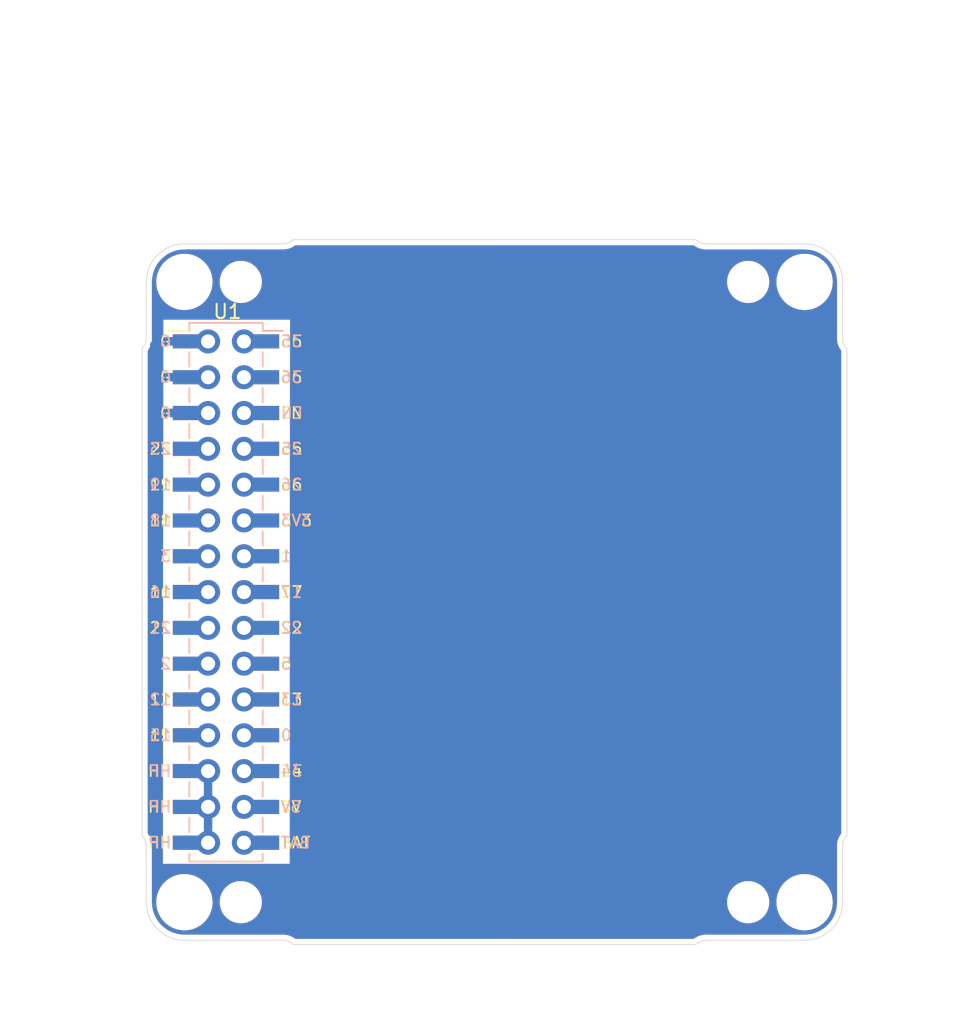
<source format=kicad_pcb>
(kicad_pcb (version 20211014) (generator pcbnew)
  (title_block (date "2022-10-22"))
  (layers (0 "F.Cu" signal) (31 "B.Cu" signal) (34 "B.Paste" user) (35 "F.Paste" user) (36 "B.SilkS" user "B.Silkscreen") (37 "F.SilkS" user "F.Silkscreen") (38 "B.Mask" user) (39 "F.Mask" user) (44 "Edge.Cuts" user))
  (net 0 "")
  (net 1 "/GPIO35")
  (net 2 "GND")
  (net 3 "/GPIO36")
  (net 4 "/EN")
  (net 5 "/GPIO25")
  (net 6 "/GPIO23")
  (net 7 "/GPIO26")
  (net 8 "/GPIO19")
  (net 9 "+3V3")
  (net 10 "/GPIO18")
  (net 11 "/GPIO1")
  (net 12 "/GPIO3")
  (net 13 "/GPIO17")
  (net 14 "/GPIO16")
  (net 15 "/GPIO22")
  (net 16 "/GPIO21")
  (net 17 "/GPIO5")
  (net 18 "/GPIO2")
  (net 19 "/GPIO13")
  (net 20 "/GPIO12")
  (net 21 "/GPIO0")
  (net 22 "/GPIO15")
  (net 23 "/GPIO34")
  (net 24 "VBUS")
  (net 25 "+5V")
  (net 26 "+BATT")
  (footprint "@bf:BF@MountingHole_2.2mm_M2" (layer "F.Cu") (at 109 105)
    (fp_text reference "H5" hide)
    (fp_text value "MountingHole" hide)
    (pad "" np_thru_hole circle (at 0 0) (size 2.2 2.2) (drill 2.2) (layers F&B.Cu *.Mask))
  )
  (footprint "@bf:BF@MountingHole_3.2mm_M3" (layer "F.Cu") (at 149 149)
    (fp_text reference "H3" hide)
    (fp_text value "MountingHole" hide)
    (pad "" np_thru_hole circle (at 0 0) (size 3.2 3.2) (drill 3.2) (layers F&B.Cu *.Mask))
  )
  (footprint "@bf:BF@MountingHole_2.2mm_M2" (layer "F.Cu") (at 109 149)
    (fp_text reference "H8" hide)
    (fp_text value "MountingHole" hide)
    (pad "" np_thru_hole circle (at 0 0) (size 2.2 2.2) (drill 2.2) (layers F&B.Cu *.Mask))
  )
  (footprint "@bf:BF@MountingHole_3.2mm_M3" (layer "F.Cu") (at 105 149)
    (fp_text reference "H4" hide)
    (fp_text value "MountingHole" hide)
    (pad "" np_thru_hole circle (at 0 0) (size 3.2 3.2) (drill 3.2) (layers F&B.Cu *.Mask))
  )
  (footprint "@bf:BF@M5Stack_MBUS" (layer "F.Cu") (at 107.95 127)
    (fp_text reference "U1" (at 0.1 -19.9) (layer "F.SilkS"))
    (fp_text value "M-BUS")
    (fp_text user "21" (at -3.81 2.54 180) (layer "B.SilkS") (effects (font (size 0.8 0.8) (thickness 0.12)) (justify left mirror)))
    (fp_text user "22" (at 3.81 2.54 180) (layer "B.SilkS") (effects (font (size 0.8 0.8) (thickness 0.12)) (justify right mirror)))
    (fp_text user "BAT" (at 3.81 17.78 180) (layer "B.SilkS") (effects (font (size 0.8 0.8) (thickness 0.12)) (justify right mirror)))
    (fp_text user "16" (at -3.81 0 180) (layer "B.SilkS") (effects (font (size 0.8 0.8) (thickness 0.12)) (justify left mirror)))
    (fp_text user "HP" (at -3.81 15.24 180) (layer "B.SilkS") (effects (font (size 0.8 0.8) (thickness 0.12)) (justify left mirror)))
    (fp_text user "5" (at 3.81 5.08 180) (layer "B.SilkS") (effects (font (size 0.8 0.8) (thickness 0.12)) (justify right mirror)))
    (fp_text user "36" (at 3.81 -15.24 180) (layer "B.SilkS") (effects (font (size 0.8 0.8) (thickness 0.12)) (justify right mirror)))
    (fp_text user "3" (at -3.81 -2.54 180) (layer "B.SilkS") (effects (font (size 0.8 0.8) (thickness 0.12)) (justify left mirror)))
    (fp_text user "15" (at -3.81 10.16 180) (layer "B.SilkS") (effects (font (size 0.8 0.8) (thickness 0.12)) (justify left mirror)))
    (fp_text user "EN" (at 3.81 -12.7 180) (layer "B.SilkS") (effects (font (size 0.8 0.8) (thickness 0.12)) (justify right mirror)))
    (fp_text user "26" (at 3.81 -7.62 180) (layer "B.SilkS") (effects (font (size 0.8 0.8) (thickness 0.12)) (justify right mirror)))
    (fp_text user "35" (at 3.81 -17.78 180) (layer "B.SilkS") (effects (font (size 0.8 0.8) (thickness 0.12)) (justify right mirror)))
    (fp_text user "12" (at -3.81 7.62 180) (layer "B.SilkS") (effects (font (size 0.8 0.8) (thickness 0.12)) (justify left mirror)))
    (fp_text user "HP" (at -3.81 17.78 180) (layer "B.SilkS") (effects (font (size 0.8 0.8) (thickness 0.12)) (justify left mirror)))
    (fp_text user "23" (at -3.81 -10.16 180) (layer "B.SilkS") (effects (font (size 0.8 0.8) (thickness 0.12)) (justify left mirror)))
    (fp_text user "HP" (at -3.81 12.7 180) (layer "B.SilkS") (effects (font (size 0.8 0.8) (thickness 0.12)) (justify left mirror)))
    (fp_text user "25" (at 3.81 -10.16 180) (layer "B.SilkS") (effects (font (size 0.8 0.8) (thickness 0.12)) (justify right mirror)))
    (fp_text user "18" (at -3.81 -5.08 180) (layer "B.SilkS") (effects (font (size 0.8 0.8) (thickness 0.12)) (justify left mirror)))
    (fp_text user "34" (at 3.81 12.7 180) (layer "B.SilkS") (effects (font (size 0.8 0.8) (thickness 0.12)) (justify right mirror)))
    (fp_text user "5V" (at 3.81 15.24 180) (layer "B.SilkS") (effects (font (size 0.8 0.8) (thickness 0.12)) (justify right mirror)))
    (fp_text user "G" (at -3.81 -15.24 180) (layer "B.SilkS") (effects (font (size 0.8 0.8) (thickness 0.12)) (justify left mirror)))
    (fp_text user "G" (at -3.81 -12.7 180) (layer "B.SilkS") (effects (font (size 0.8 0.8) (thickness 0.12)) (justify left mirror)))
    (fp_text user "0" (at 3.81 10.16 180) (layer "B.SilkS") (effects (font (size 0.8 0.8) (thickness 0.12)) (justify right mirror)))
    (fp_text user "1" (at 3.81 -2.54 180) (layer "B.SilkS") (effects (font (size 0.8 0.8) (thickness 0.12)) (justify right mirror)))
    (fp_text user "17" (at 3.81 0 180) (layer "B.SilkS") (effects (font (size 0.8 0.8) (thickness 0.12)) (justify right mirror)))
    (fp_text user "G" (at -3.81 -17.78 180) (layer "B.SilkS") (effects (font (size 0.8 0.8) (thickness 0.12)) (justify left mirror)))
    (fp_text user "3V3" (at 3.81 -5.08 180) (layer "B.SilkS") (effects (font (size 0.8 0.8) (thickness 0.12)) (justify right mirror)))
    (fp_text user "2" (at -3.81 5.08 180) (layer "B.SilkS") (effects (font (size 0.8 0.8) (thickness 0.12)) (justify left mirror)))
    (fp_text user "13" (at 3.81 7.62 180) (layer "B.SilkS") (effects (font (size 0.8 0.8) (thickness 0.12)) (justify right mirror)))
    (fp_text user "19" (at -3.81 -7.62 180) (layer "B.SilkS") (effects (font (size 0.8 0.8) (thickness 0.12)) (justify left mirror)))
    (fp_text user "17" (at 3.81 0) (layer "F.SilkS") (effects (font (size 0.8 0.8) (thickness 0.12)) (justify left)))
    (fp_text user "5" (at 3.81 5.08) (layer "F.SilkS") (effects (font (size 0.8 0.8) (thickness 0.12)) (justify left)))
    (fp_text user "22" (at 3.81 2.54) (layer "F.SilkS") (effects (font (size 0.8 0.8) (thickness 0.12)) (justify left)))
    (fp_text user "G" (at -3.81 -15.24) (layer "F.SilkS") (effects (font (size 0.8 0.8) (thickness 0.12)) (justify right)))
    (fp_text user "26" (at 3.81 -7.62) (layer "F.SilkS") (effects (font (size 0.8 0.8) (thickness 0.12)) (justify left)))
    (fp_text user "G" (at -3.81 -17.78) (layer "F.SilkS") (effects (font (size 0.8 0.8) (thickness 0.12)) (justify right)))
    (fp_text user "EN" (at 3.81 -12.7) (layer "F.SilkS") (effects (font (size 0.8 0.8) (thickness 0.12)) (justify left)))
    (fp_text user "1" (at 3.81 -2.54) (layer "F.SilkS") (effects (font (size 0.8 0.8) (thickness 0.12)) (justify left)))
    (fp_text user "36" (at 3.81 -15.24) (layer "F.SilkS") (effects (font (size 0.8 0.8) (thickness 0.12)) (justify left)))
    (fp_text user "G" (at -3.81 -12.7) (layer "F.SilkS") (effects (font (size 0.8 0.8) (thickness 0.12)) (justify right)))
    (fp_text user "16" (at -3.81 0) (layer "F.SilkS") (effects (font (size 0.8 0.8) (thickness 0.12)) (justify right)))
    (fp_text user "2" (at -3.81 5.08) (layer "F.SilkS") (effects (font (size 0.8 0.8) (thickness 0.12)) (justify right)))
    (fp_text user "15" (at -3.81 10.16) (layer "F.SilkS") (effects (font (size 0.8 0.8) (thickness 0.12)) (justify right)))
    (fp_text user "HP" (at -3.81 12.7) (layer "F.SilkS") (effects (font (size 0.8 0.8) (thickness 0.12)) (justify right)))
    (fp_text user "5V" (at 3.81 15.24) (layer "F.SilkS") (effects (font (size 0.8 0.8) (thickness 0.12)) (justify left)))
    (fp_text user "34" (at 3.81 12.7) (layer "F.SilkS") (effects (font (size 0.8 0.8) (thickness 0.12)) (justify left)))
    (fp_text user "3" (at -3.81 -2.54) (layer "F.SilkS") (effects (font (size 0.8 0.8) (thickness 0.12)) (justify right)))
    (fp_text user "23" (at -3.81 -10.16) (layer "F.SilkS") (effects (font (size 0.8 0.8) (thickness 0.12)) (justify right)))
    (fp_text user "21" (at -3.81 2.54) (layer "F.SilkS") (effects (font (size 0.8 0.8) (thickness 0.12)) (justify right)))
    (fp_text user "HP" (at -3.81 17.78) (layer "F.SilkS") (effects (font (size 0.8 0.8) (thickness 0.12)) (justify right)))
    (fp_text user "12" (at -3.81 7.62) (layer "F.SilkS") (effects (font (size 0.8 0.8) (thickness 0.12)) (justify right)))
    (fp_text user "HP" (at -3.81 15.24) (layer "F.SilkS") (effects (font (size 0.8 0.8) (thickness 0.12)) (justify right)))
    (fp_text user "3V3" (at 3.81 -5.08) (layer "F.SilkS") (effects (font (size 0.8 0.8) (thickness 0.12)) (justify left)))
    (fp_text user "25" (at 3.81 -10.16) (layer "F.SilkS") (effects (font (size 0.8 0.8) (thickness 0.12)) (justify left)))
    (fp_text user "19" (at -3.81 -7.62) (layer "F.SilkS") (effects (font (size 0.8 0.8) (thickness 0.12)) (justify right)))
    (fp_text user "BAT" (at 3.81 17.78) (layer "F.SilkS") (effects (font (size 0.8 0.8) (thickness 0.12)) (justify left)))
    (fp_text user "13" (at 3.81 7.62) (layer "F.SilkS") (effects (font (size 0.8 0.8) (thickness 0.12)) (justify left)))
    (fp_text user "18" (at -3.81 -5.08) (layer "F.SilkS") (effects (font (size 0.8 0.8) (thickness 0.12)) (justify right)))
    (fp_text user "0" (at 3.81 10.16) (layer "F.SilkS") (effects (font (size 0.8 0.8) (thickness 0.12)) (justify left)))
    (fp_text user "35" (at 3.81 -17.78) (layer "F.SilkS") (effects (font (size 0.8 0.8) (thickness 0.12)) (justify left)))
    (fp_line (start -2.6 0.77) (end -2.6 1.79) (layer "B.SilkS") (width 0.12))
    (fp_line (start 2.6 13.47) (end 2.6 14.49) (layer "B.SilkS") (width 0.12))
    (fp_line (start -2.6 -6.85) (end -2.6 -5.83) (layer "B.SilkS") (width 0.12))
    (fp_line (start 2.6 18.55) (end 2.6 19.12) (layer "B.SilkS") (width 0.12))
    (fp_line (start -2.6 3.31) (end -2.6 4.33) (layer "B.SilkS") (width 0.12))
    (fp_line (start 2.6 -11.93) (end 2.6 -10.91) (layer "B.SilkS") (width 0.12))
    (fp_line (start -2.6 -11.93) (end -2.6 -10.91) (layer "B.SilkS") (width 0.12))
    (fp_line (start 2.6 19.12) (end -2.6 19.12) (layer "B.SilkS") (width 0.12))
    (fp_line (start 2.6 -6.85) (end 2.6 -5.83) (layer "B.SilkS") (width 0.12))
    (fp_line (start -2.6 10.93) (end -2.6 11.95) (layer "B.SilkS") (width 0.12))
    (fp_line (start -2.6 -1.77) (end -2.6 -0.75) (layer "B.SilkS") (width 0.12))
    (fp_line (start -2.6 -19.1) (end -2.6 -18.53) (layer "B.SilkS") (width 0.12))
    (fp_line (start -2.6 16.01) (end -2.6 17.03) (layer "B.SilkS") (width 0.12))
    (fp_line (start -2.6 8.39) (end -2.6 9.41) (layer "B.SilkS") (width 0.12))
    (fp_line (start 2.6 -1.77) (end 2.6 -0.75) (layer "B.SilkS") (width 0.12))
    (fp_line (start -2.6 -14.47) (end -2.6 -13.45) (layer "B.SilkS") (width 0.12))
    (fp_line (start 2.6 8.39) (end 2.6 9.41) (layer "B.SilkS") (width 0.12))
    (fp_line (start 2.6 -17.01) (end 2.6 -15.99) (layer "B.SilkS") (width 0.12))
    (fp_line (start -2.6 -9.39) (end -2.6 -8.37) (layer "B.SilkS") (width 0.12))
    (fp_line (start -2.6 -4.31) (end -2.6 -3.29) (layer "B.SilkS") (width 0.12))
    (fp_line (start 2.6 -19.1) (end 2.6 -18.53) (layer "B.SilkS") (width 0.12))
    (fp_line (start -2.6 18.55) (end -2.6 19.12) (layer "B.SilkS") (width 0.12))
    (fp_line (start 2.6 16.01) (end 2.6 17.03) (layer "B.SilkS") (width 0.12))
    (fp_line (start 2.6 5.85) (end 2.6 6.87) (layer "B.SilkS") (width 0.12))
    (fp_line (start 2.6 -9.39) (end 2.6 -8.37) (layer "B.SilkS") (width 0.12))
    (fp_line (start -2.6 5.85) (end -2.6 6.87) (layer "B.SilkS") (width 0.12))
    (fp_line (start -2.6 13.47) (end -2.6 14.49) (layer "B.SilkS") (width 0.12))
    (fp_line (start 2.6 0.77) (end 2.6 1.79) (layer "B.SilkS") (width 0.12))
    (fp_line (start 2.6 -14.47) (end 2.6 -13.45) (layer "B.SilkS") (width 0.12))
    (fp_line (start 4.04 -18.53) (end 2.6 -18.53) (layer "B.SilkS") (width 0.12))
    (fp_line (start 2.6 3.31) (end 2.6 4.33) (layer "B.SilkS") (width 0.12))
    (fp_line (start 2.6 -4.31) (end 2.6 -3.29) (layer "B.SilkS") (width 0.12))
    (fp_line (start -2.6 -17.01) (end -2.6 -15.99) (layer "B.SilkS") (width 0.12))
    (fp_line (start 2.6 -19.1) (end -2.6 -19.1) (layer "B.SilkS") (width 0.12))
    (fp_line (start 2.6 10.93) (end 2.6 11.95) (layer "B.SilkS") (width 0.12))
    (fp_line (start 2.6 -9.4) (end 2.6 -8.38) (layer "F.SilkS") (width 0.12))
    (fp_line (start -2.6 18.54) (end -2.6 19.11) (layer "F.SilkS") (width 0.12))
    (fp_line (start 2.6 -19.11) (end 2.6 -18.54) (layer "F.SilkS") (width 0.12))
    (fp_line (start 2.6 18.54) (end 2.6 19.11) (layer "F.SilkS") (width 0.12))
    (fp_line (start -4.04 -18.54) (end -2.6 -18.54) (layer "F.SilkS") (width 0.12))
    (fp_line (start 2.6 10.92) (end 2.6 11.94) (layer "F.SilkS") (width 0.12))
    (fp_line (start -2.6 -6.86) (end -2.6 -5.84) (layer "F.SilkS") (width 0.12))
    (fp_line (start 2.6 16) (end 2.6 17.02) (layer "F.SilkS") (width 0.12))
    (fp_line (start 2.6 5.84) (end 2.6 6.86) (layer "F.SilkS") (width 0.12))
    (fp_line (start -2.6 -19.11) (end 2.6 -19.11) (layer "F.SilkS") (width 0.12))
    (fp_line (start -2.6 8.38) (end -2.6 9.4) (layer "F.SilkS") (width 0.12))
    (fp_line (start -2.6 0.76) (end -2.6 1.78) (layer "F.SilkS") (width 0.12))
    (fp_line (start 2.6 0.76) (end 2.6 1.78) (layer "F.SilkS") (width 0.12))
    (fp_line (start 2.6 -14.48) (end 2.6 -13.46) (layer "F.SilkS") (width 0.12))
    (fp_line (start -2.6 -19.11) (end -2.6 -18.54) (layer "F.SilkS") (width 0.12))
    (fp_line (start -2.6 5.84) (end -2.6 6.86) (layer "F.SilkS") (width 0.12))
    (fp_line (start -2.6 3.3) (end -2.6 4.32) (layer "F.SilkS") (width 0.12))
    (fp_line (start 2.6 -4.32) (end 2.6 -3.3) (layer "F.SilkS") (width 0.12))
    (fp_line (start -2.6 -14.48) (end -2.6 -13.46) (layer "F.SilkS") (width 0.12))
    (fp_line (start -2.6 10.92) (end -2.6 11.94) (layer "F.SilkS") (width 0.12))
    (fp_line (start 2.6 3.3) (end 2.6 4.32) (layer "F.SilkS") (width 0.12))
    (fp_line (start 2.6 -17.02) (end 2.6 -16) (layer "F.SilkS") (width 0.12))
    (fp_line (start 2.6 -11.94) (end 2.6 -10.92) (layer "F.SilkS") (width 0.12))
    (fp_line (start -2.6 16) (end -2.6 17.02) (layer "F.SilkS") (width 0.12))
    (fp_line (start -2.6 -9.4) (end -2.6 -8.38) (layer "F.SilkS") (width 0.12))
    (fp_line (start 2.6 -1.78) (end 2.6 -0.76) (layer "F.SilkS") (width 0.12))
    (fp_line (start 2.6 8.38) (end 2.6 9.4) (layer "F.SilkS") (width 0.12))
    (fp_line (start -2.6 13.46) (end -2.6 14.48) (layer "F.SilkS") (width 0.12))
    (fp_line (start -2.6 -1.78) (end -2.6 -0.76) (layer "F.SilkS") (width 0.12))
    (fp_line (start -2.6 -4.32) (end -2.6 -3.3) (layer "F.SilkS") (width 0.12))
    (fp_line (start 2.6 -6.86) (end 2.6 -5.84) (layer "F.SilkS") (width 0.12))
    (fp_line (start -2.6 -11.94) (end -2.6 -10.92) (layer "F.SilkS") (width 0.12))
    (fp_line (start -2.6 19.11) (end 2.6 19.11) (layer "F.SilkS") (width 0.12))
    (fp_line (start 2.6 13.46) (end 2.6 14.48) (layer "F.SilkS") (width 0.12))
    (fp_line (start -2.6 -17.02) (end -2.6 -16) (layer "F.SilkS") (width 0.12))
    (pad "" np_thru_hole circle (at 0 -16.51 180) (size 1 1) (drill 1) (layers F&B.Cu *.Mask))
    (pad "" np_thru_hole circle (at 0 16.51 180) (size 1 1) (drill 1) (layers *.Cu *.Mask))
    (pad "" np_thru_hole circle (at 0 13.97 180) (size 1 1) (drill 1) (layers *.Cu *.Mask))
    (pad "" np_thru_hole circle (at 0 -13.97 180) (size 1 1) (drill 1) (layers F&B.Cu *.Mask))
    (pad "1" smd custom (at 1.27 -17.78 180) (size 1 1) (layers "B.Cu" "B.Mask") (net 1 "/GPIO35") (options (clearance outline) (anchor rect)) (primitives (gr_poly (pts (xy 0.5 0.5) (xy 0.5 -0.5) (xy -2.5 -0.5) (xy -2.5 0.5)) (width 0) (fill yes))))
    (pad "1" thru_hole circle (at 1.27 -17.78 180) (size 1.7 1.7) (drill 1) (layers *.Cu *.Mask) (net 1 "/GPIO35"))
    (pad "1" smd custom (at 1.27 -17.78 180) (size 1 1) (layers "F.Cu" "F.Mask") (net 1 "/GPIO35") (options (clearance outline) (anchor rect)) (primitives (gr_poly (pts (xy 0.5 0.5) (xy 0.5 -0.5) (xy -2.5 -0.5) (xy -2.5 0.5)) (width 0) (fill yes))))
    (pad "2" smd custom (at -1.27 -17.78) (size 1 1) (layers "F.Cu" "F.Mask") (net 2 "GND") (options (clearance outline) (anchor rect)) (primitives (gr_poly (pts (xy 0.5 0.5) (xy 0.5 -0.5) (xy -2.5 -0.5) (xy -2.5 0.5)) (width 0) (fill yes))))
    (pad "2" smd custom (at -1.27 -17.78) (size 1 1) (layers "B.Cu" "B.Mask") (net 2 "GND") (options (clearance outline) (anchor rect)) (primitives (gr_poly (pts (xy 0.5 0.5) (xy 0.5 -0.5) (xy -2.5 -0.5) (xy -2.5 0.5)) (width 0) (fill yes))))
    (pad "2" thru_hole circle (at -1.27 -17.78) (size 1.7 1.7) (drill 1) (layers *.Cu *.Mask) (net 2 "GND"))
    (pad "3" smd custom (at 1.27 -15.24 180) (size 1 1) (layers "B.Cu" "B.Mask") (net 3 "/GPIO36") (options (clearance outline) (anchor rect)) (primitives (gr_poly (pts (xy 0.5 0.5) (xy 0.5 -0.5) (xy -2.5 -0.5) (xy -2.5 0.5)) (width 0) (fill yes))))
    (pad "3" thru_hole circle (at 1.27 -15.24 180) (size 1.7 1.7) (drill 1) (layers *.Cu *.Mask) (net 3 "/GPIO36"))
    (pad "3" smd custom (at 1.27 -15.24 180) (size 1 1) (layers "F.Cu" "F.Mask") (net 3 "/GPIO36") (options (clearance outline) (anchor rect)) (primitives (gr_poly (pts (xy 0.5 0.5) (xy 0.5 -0.5) (xy -2.5 -0.5) (xy -2.5 0.5)) (width 0) (fill yes))))
    (pad "4" smd custom (at -1.27 -15.24) (size 1 1) (layers "F.Cu" "F.Mask") (net 2 "GND") (options (clearance outline) (anchor rect)) (primitives (gr_poly (pts (xy 0.5 0.5) (xy 0.5 -0.5) (xy -2.5 -0.5) (xy -2.5 0.5)) (width 0) (fill yes))))
    (pad "4" thru_hole circle (at -1.27 -15.24) (size 1.7 1.7) (drill 1) (layers *.Cu *.Mask) (net 2 "GND"))
    (pad "4" smd custom (at -1.27 -15.24) (size 1 1) (layers "B.Cu" "B.Mask") (net 2 "GND") (options (clearance outline) (anchor rect)) (primitives (gr_poly (pts (xy 0.5 0.5) (xy 0.5 -0.5) (xy -2.5 -0.5) (xy -2.5 0.5)) (width 0) (fill yes))))
    (pad "5" smd custom (at 1.27 -12.7 180) (size 1 1) (layers "B.Cu" "B.Mask") (net 4 "/EN") (options (clearance outline) (anchor rect)) (primitives (gr_poly (pts (xy 0.5 0.5) (xy 0.5 -0.5) (xy -2.5 -0.5) (xy -2.5 0.5)) (width 0) (fill yes))))
    (pad "5" thru_hole circle (at 1.27 -12.7 180) (size 1.7 1.7) (drill 1) (layers *.Cu *.Mask) (net 4 "/EN"))
    (pad "5" smd custom (at 1.27 -12.7 180) (size 1 1) (layers "F.Cu" "F.Mask") (net 4 "/EN") (options (clearance outline) (anchor rect)) (primitives (gr_poly (pts (xy 0.5 0.5) (xy 0.5 -0.5) (xy -2.5 -0.5) (xy -2.5 0.5)) (width 0) (fill yes))))
    (pad "6" thru_hole circle (at -1.27 -12.7) (size 1.7 1.7) (drill 1) (layers *.Cu *.Mask) (net 2 "GND"))
    (pad "6" smd custom (at -1.27 -12.7) (size 1 1) (layers "B.Cu" "B.Mask") (net 2 "GND") (options (clearance outline) (anchor rect)) (primitives (gr_poly (pts (xy 0.5 0.5) (xy 0.5 -0.5) (xy -2.5 -0.5) (xy -2.5 0.5)) (width 0) (fill yes))))
    (pad "6" smd custom (at -1.27 -12.7) (size 1 1) (layers "F.Cu" "F.Mask") (net 2 "GND") (options (clearance outline) (anchor rect)) (primitives (gr_poly (pts (xy 0.5 0.5) (xy 0.5 -0.5) (xy -2.5 -0.5) (xy -2.5 0.5)) (width 0) (fill yes))))
    (pad "7" thru_hole circle (at 1.27 -10.16 180) (size 1.7 1.7) (drill 1) (layers *.Cu *.Mask) (net 5 "/GPIO25"))
    (pad "7" smd custom (at 1.27 -10.16 180) (size 1 1) (layers "F.Cu" "F.Mask") (net 5 "/GPIO25") (options (clearance outline) (anchor rect)) (primitives (gr_poly (pts (xy 0.5 0.5) (xy 0.5 -0.5) (xy -2.5 -0.5) (xy -2.5 0.5)) (width 0) (fill yes))))
    (pad "7" smd custom (at 1.27 -10.16 180) (size 1 1) (layers "B.Cu" "B.Mask") (net 5 "/GPIO25") (options (clearance outline) (anchor rect)) (primitives (gr_poly (pts (xy 0.5 0.5) (xy 0.5 -0.5) (xy -2.5 -0.5) (xy -2.5 0.5)) (width 0) (fill yes))))
    (pad "8" smd custom (at -1.27 -10.16) (size 1 1) (layers "B.Cu" "B.Mask") (net 6 "/GPIO23") (options (clearance outline) (anchor rect)) (primitives (gr_poly (pts (xy 0.5 0.5) (xy 0.5 -0.5) (xy -2.5 -0.5) (xy -2.5 0.5)) (width 0) (fill yes))))
    (pad "8" thru_hole circle (at -1.27 -10.16) (size 1.7 1.7) (drill 1) (layers *.Cu *.Mask) (net 6 "/GPIO23"))
    (pad "8" smd custom (at -1.27 -10.16) (size 1 1) (layers "F.Cu" "F.Mask") (net 6 "/GPIO23") (options (clearance outline) (anchor rect)) (primitives (gr_poly (pts (xy 0.5 0.5) (xy 0.5 -0.5) (xy -2.5 -0.5) (xy -2.5 0.5)) (width 0) (fill yes))))
    (pad "9" thru_hole circle (at 1.27 -7.62 180) (size 1.7 1.7) (drill 1) (layers *.Cu *.Mask) (net 7 "/GPIO26"))
    (pad "9" smd custom (at 1.27 -7.62 180) (size 1 1) (layers "B.Cu" "B.Mask") (net 7 "/GPIO26") (options (clearance outline) (anchor rect)) (primitives (gr_poly (pts (xy 0.5 0.5) (xy 0.5 -0.5) (xy -2.5 -0.5) (xy -2.5 0.5)) (width 0) (fill yes))))
    (pad "9" smd custom (at 1.27 -7.62 180) (size 1 1) (layers "F.Cu" "F.Mask") (net 7 "/GPIO26") (options (clearance outline) (anchor rect)) (primitives (gr_poly (pts (xy 0.5 0.5) (xy 0.5 -0.5) (xy -2.5 -0.5) (xy -2.5 0.5)) (width 0) (fill yes))))
    (pad "10" smd custom (at -1.27 -7.62) (size 1 1) (layers "B.Cu" "B.Mask") (net 8 "/GPIO19") (options (clearance outline) (anchor rect)) (primitives (gr_poly (pts (xy 0.5 0.5) (xy 0.5 -0.5) (xy -2.5 -0.5) (xy -2.5 0.5)) (width 0) (fill yes))))
    (pad "10" thru_hole circle (at -1.27 -7.62) (size 1.7 1.7) (drill 1) (layers *.Cu *.Mask) (net 8 "/GPIO19"))
    (pad "10" smd custom (at -1.27 -7.62) (size 1 1) (layers "F.Cu" "F.Mask") (net 8 "/GPIO19") (options (clearance outline) (anchor rect)) (primitives (gr_poly (pts (xy 0.5 0.5) (xy 0.5 -0.5) (xy -2.5 -0.5) (xy -2.5 0.5)) (width 0) (fill yes))))
    (pad "11" smd custom (at 1.27 -5.08 180) (size 1 1) (layers "F.Cu" "F.Mask") (net 9 "+3V3") (options (clearance outline) (anchor rect)) (primitives (gr_poly (pts (xy 0.5 0.5) (xy 0.5 -0.5) (xy -2.5 -0.5) (xy -2.5 0.5)) (width 0) (fill yes))))
    (pad "11" smd custom (at 1.27 -5.08 180) (size 1 1) (layers "B.Cu" "B.Mask") (net 9 "+3V3") (options (clearance outline) (anchor rect)) (primitives (gr_poly (pts (xy 0.5 0.5) (xy 0.5 -0.5) (xy -2.5 -0.5) (xy -2.5 0.5)) (width 0) (fill yes))))
    (pad "11" thru_hole circle (at 1.27 -5.08 180) (size 1.7 1.7) (drill 1) (layers *.Cu *.Mask) (net 9 "+3V3"))
    (pad "12" smd custom (at -1.27 -5.08) (size 1 1) (layers "F.Cu" "F.Mask") (net 10 "/GPIO18") (options (clearance outline) (anchor rect)) (primitives (gr_poly (pts (xy 0.5 0.5) (xy 0.5 -0.5) (xy -2.5 -0.5) (xy -2.5 0.5)) (width 0) (fill yes))))
    (pad "12" smd custom (at -1.27 -5.08) (size 1 1) (layers "B.Cu" "B.Mask") (net 10 "/GPIO18") (options (clearance outline) (anchor rect)) (primitives (gr_poly (pts (xy 0.5 0.5) (xy 0.5 -0.5) (xy -2.5 -0.5) (xy -2.5 0.5)) (width 0) (fill yes))))
    (pad "12" thru_hole circle (at -1.27 -5.08) (size 1.7 1.7) (drill 1) (layers *.Cu *.Mask) (net 10 "/GPIO18"))
    (pad "13" smd custom (at 1.27 -2.54 180) (size 1 1) (layers "F.Cu" "F.Mask") (net 11 "/GPIO1") (options (clearance outline) (anchor rect)) (primitives (gr_poly (pts (xy 0.5 0.5) (xy 0.5 -0.5) (xy -2.5 -0.5) (xy -2.5 0.5)) (width 0) (fill yes))))
    (pad "13" smd custom (at 1.27 -2.54 180) (size 1 1) (layers "B.Cu" "B.Mask") (net 11 "/GPIO1") (options (clearance outline) (anchor rect)) (primitives (gr_poly (pts (xy 0.5 0.5) (xy 0.5 -0.5) (xy -2.5 -0.5) (xy -2.5 0.5)) (width 0) (fill yes))))
    (pad "13" thru_hole circle (at 1.27 -2.54 180) (size 1.7 1.7) (drill 1) (layers *.Cu *.Mask) (net 11 "/GPIO1"))
    (pad "14" smd custom (at -1.27 -2.54) (size 1 1) (layers "F.Cu" "F.Mask") (net 12 "/GPIO3") (options (clearance outline) (anchor rect)) (primitives (gr_poly (pts (xy 0.5 0.5) (xy 0.5 -0.5) (xy -2.5 -0.5) (xy -2.5 0.5)) (width 0) (fill yes))))
    (pad "14" smd custom (at -1.27 -2.54) (size 1 1) (layers "B.Cu" "B.Mask") (net 12 "/GPIO3") (options (clearance outline) (anchor rect)) (primitives (gr_poly (pts (xy 0.5 0.5) (xy 0.5 -0.5) (xy -2.5 -0.5) (xy -2.5 0.5)) (width 0) (fill yes))))
    (pad "14" thru_hole circle (at -1.27 -2.54) (size 1.7 1.7) (drill 1) (layers *.Cu *.Mask) (net 12 "/GPIO3"))
    (pad "15" smd custom (at 1.27 0 180) (size 1 1) (layers "B.Cu" "B.Mask") (net 13 "/GPIO17") (options (clearance outline) (anchor rect)) (primitives (gr_poly (pts (xy 0.5 0.5) (xy 0.5 -0.5) (xy -2.5 -0.5) (xy -2.5 0.5)) (width 0) (fill yes))))
    (pad "15" smd custom (at 1.27 0 180) (size 1 1) (layers "F.Cu" "F.Mask") (net 13 "/GPIO17") (options (clearance outline) (anchor rect)) (primitives (gr_poly (pts (xy 0.5 0.5) (xy 0.5 -0.5) (xy -2.5 -0.5) (xy -2.5 0.5)) (width 0) (fill yes))))
    (pad "15" thru_hole circle (at 1.27 0 180) (size 1.7 1.7) (drill 1) (layers *.Cu *.Mask) (net 13 "/GPIO17"))
    (pad "16" smd custom (at -1.27 0) (size 1 1) (layers "B.Cu" "B.Mask") (net 14 "/GPIO16") (options (clearance outline) (anchor rect)) (primitives (gr_poly (pts (xy 0.5 0.5) (xy 0.5 -0.5) (xy -2.5 -0.5) (xy -2.5 0.5)) (width 0) (fill yes))))
    (pad "16" thru_hole circle (at -1.27 0) (size 1.7 1.7) (drill 1) (layers *.Cu *.Mask) (net 14 "/GPIO16"))
    (pad "16" smd custom (at -1.27 0) (size 1 1) (layers "F.Cu" "F.Mask") (net 14 "/GPIO16") (options (clearance outline) (anchor rect)) (primitives (gr_poly (pts (xy 0.5 0.5) (xy 0.5 -0.5) (xy -2.5 -0.5) (xy -2.5 0.5)) (width 0) (fill yes))))
    (pad "17" smd custom (at 1.27 2.54 180) (size 1 1) (layers "B.Cu" "B.Mask") (net 15 "/GPIO22") (options (clearance outline) (anchor rect)) (primitives (gr_poly (pts (xy 0.5 0.5) (xy 0.5 -0.5) (xy -2.5 -0.5) (xy -2.5 0.5)) (width 0) (fill yes))))
    (pad "17" smd custom (at 1.27 2.54 180) (size 1 1) (layers "F.Cu" "F.Mask") (net 15 "/GPIO22") (options (clearance outline) (anchor rect)) (primitives (gr_poly (pts (xy 0.5 0.5) (xy 0.5 -0.5) (xy -2.5 -0.5) (xy -2.5 0.5)) (width 0) (fill yes))))
    (pad "17" thru_hole circle (at 1.27 2.54 180) (size 1.7 1.7) (drill 1) (layers *.Cu *.Mask) (net 15 "/GPIO22"))
    (pad "18" thru_hole circle (at -1.27 2.54) (size 1.7 1.7) (drill 1) (layers *.Cu *.Mask) (net 16 "/GPIO21"))
    (pad "18" smd custom (at -1.27 2.54) (size 1 1) (layers "F.Cu" "F.Mask") (net 16 "/GPIO21") (options (clearance outline) (anchor rect)) (primitives (gr_poly (pts (xy 0.5 0.5) (xy 0.5 -0.5) (xy -2.5 -0.5) (xy -2.5 0.5)) (width 0) (fill yes))))
    (pad "18" smd custom (at -1.27 2.54) (size 1 1) (layers "B.Cu" "B.Mask") (net 16 "/GPIO21") (options (clearance outline) (anchor rect)) (primitives (gr_poly (pts (xy 0.5 0.5) (xy 0.5 -0.5) (xy -2.5 -0.5) (xy -2.5 0.5)) (width 0) (fill yes))))
    (pad "19" smd custom (at 1.27 5.08 180) (size 1 1) (layers "F.Cu" "F.Mask") (net 17 "/GPIO5") (options (clearance outline) (anchor rect)) (primitives (gr_poly (pts (xy 0.5 0.5) (xy 0.5 -0.5) (xy -2.5 -0.5) (xy -2.5 0.5)) (width 0) (fill yes))))
    (pad "19" smd custom (at 1.27 5.08 180) (size 1 1) (layers "B.Cu" "B.Mask") (net 17 "/GPIO5") (options (clearance outline) (anchor rect)) (primitives (gr_poly (pts (xy 0.5 0.5) (xy 0.5 -0.5) (xy -2.5 -0.5) (xy -2.5 0.5)) (width 0) (fill yes))))
    (pad "19" thru_hole circle (at 1.27 5.08 180) (size 1.7 1.7) (drill 1) (layers *.Cu *.Mask) (net 17 "/GPIO5"))
    (pad "20" smd custom (at -1.27 5.08) (size 1 1) (layers "B.Cu" "B.Mask") (net 18 "/GPIO2") (options (clearance outline) (anchor rect)) (primitives (gr_poly (pts (xy 0.5 0.5) (xy 0.5 -0.5) (xy -2.5 -0.5) (xy -2.5 0.5)) (width 0) (fill yes))))
    (pad "20" smd custom (at -1.27 5.08) (size 1 1) (layers "F.Cu" "F.Mask") (net 18 "/GPIO2") (options (clearance outline) (anchor rect)) (primitives (gr_poly (pts (xy 0.5 0.5) (xy 0.5 -0.5) (xy -2.5 -0.5) (xy -2.5 0.5)) (width 0) (fill yes))))
    (pad "20" thru_hole circle (at -1.27 5.08) (size 1.7 1.7) (drill 1) (layers *.Cu *.Mask) (net 18 "/GPIO2"))
    (pad "21" smd custom (at 1.27 7.62 180) (size 1 1) (layers "F.Cu" "F.Mask") (net 19 "/GPIO13") (options (clearance outline) (anchor rect)) (primitives (gr_poly (pts (xy 0.5 0.5) (xy 0.5 -0.5) (xy -2.5 -0.5) (xy -2.5 0.5)) (width 0) (fill yes))))
    (pad "21" thru_hole circle (at 1.27 7.62 180) (size 1.7 1.7) (drill 1) (layers *.Cu *.Mask) (net 19 "/GPIO13"))
    (pad "21" smd custom (at 1.27 7.62 180) (size 1 1) (layers "B.Cu" "B.Mask") (net 19 "/GPIO13") (options (clearance outline) (anchor rect)) (primitives (gr_poly (pts (xy 0.5 0.5) (xy 0.5 -0.5) (xy -2.5 -0.5) (xy -2.5 0.5)) (width 0) (fill yes))))
    (pad "22" thru_hole circle (at -1.27 7.62) (size 1.7 1.7) (drill 1) (layers *.Cu *.Mask) (net 20 "/GPIO12"))
    (pad "22" smd custom (at -1.27 7.62) (size 1 1) (layers "B.Cu" "B.Mask") (net 20 "/GPIO12") (options (clearance outline) (anchor rect)) (primitives (gr_poly (pts (xy 0.5 0.5) (xy 0.5 -0.5) (xy -2.5 -0.5) (xy -2.5 0.5)) (width 0) (fill yes))))
    (pad "22" smd custom (at -1.27 7.62) (size 1 1) (layers "F.Cu" "F.Mask") (net 20 "/GPIO12") (options (clearance outline) (anchor rect)) (primitives (gr_poly (pts (xy 0.5 0.5) (xy 0.5 -0.5) (xy -2.5 -0.5) (xy -2.5 0.5)) (width 0) (fill yes))))
    (pad "23" smd custom (at 1.27 10.16 180) (size 1 1) (layers "B.Cu" "B.Mask") (net 21 "/GPIO0") (options (clearance outline) (anchor rect)) (primitives (gr_poly (pts (xy 0.5 0.5) (xy 0.5 -0.5) (xy -2.5 -0.5) (xy -2.5 0.5)) (width 0) (fill yes))))
    (pad "23" smd custom (at 1.27 10.16 180) (size 1 1) (layers "F.Cu" "F.Mask") (net 21 "/GPIO0") (options (clearance outline) (anchor rect)) (primitives (gr_poly (pts (xy 0.5 0.5) (xy 0.5 -0.5) (xy -2.5 -0.5) (xy -2.5 0.5)) (width 0) (fill yes))))
    (pad "23" thru_hole circle (at 1.27 10.16 180) (size 1.7 1.7) (drill 1) (layers *.Cu *.Mask) (net 21 "/GPIO0"))
    (pad "24" smd custom (at -1.27 10.16) (size 1 1) (layers "B.Cu" "B.Mask") (net 22 "/GPIO15") (options (clearance outline) (anchor rect)) (primitives (gr_poly (pts (xy 0.5 0.5) (xy 0.5 -0.5) (xy -2.5 -0.5) (xy -2.5 0.5)) (width 0) (fill yes))))
    (pad "24" smd custom (at -1.27 10.16) (size 1 1) (layers "F.Cu" "F.Mask") (net 22 "/GPIO15") (options (clearance outline) (anchor rect)) (primitives (gr_poly (pts (xy 0.5 0.5) (xy 0.5 -0.5) (xy -2.5 -0.5) (xy -2.5 0.5)) (width 0) (fill yes))))
    (pad "24" thru_hole circle (at -1.27 10.16) (size 1.7 1.7) (drill 1) (layers *.Cu *.Mask) (net 22 "/GPIO15"))
    (pad "25" smd custom (at 1.27 12.7 180) (size 1 1) (layers "B.Cu" "B.Mask") (net 23 "/GPIO34") (options (clearance outline) (anchor rect)) (primitives (gr_poly (pts (xy 0.5 0.5) (xy 0.5 -0.5) (xy -2.5 -0.5) (xy -2.5 0.5)) (width 0) (fill yes))))
    (pad "25" thru_hole circle (at 1.27 12.7 180) (size 1.7 1.7) (drill 1) (layers *.Cu *.Mask) (net 23 "/GPIO34"))
    (pad "25" smd custom (at 1.27 12.7 180) (size 1 1) (layers "F.Cu" "F.Mask") (net 23 "/GPIO34") (options (clearance outline) (anchor rect)) (primitives (gr_poly (pts (xy 0.5 0.5) (xy 0.5 -0.5) (xy -2.5 -0.5) (xy -2.5 0.5)) (width 0) (fill yes))))
    (pad "26" thru_hole circle (at -1.27 12.7) (size 1.7 1.7) (drill 1) (layers *.Cu *.Mask) (net 24 "VBUS"))
    (pad "26" smd custom (at -1.27 12.7) (size 1 1) (layers "B.Cu" "B.Mask") (net 24 "VBUS") (options (clearance outline) (anchor rect)) (primitives (gr_poly (pts (xy 0.5 0.5) (xy 0.5 -0.5) (xy -2.5 -0.5) (xy -2.5 0.5)) (width 0) (fill yes))))
    (pad "26" smd custom (at -1.27 12.7) (size 1 1) (layers "F.Cu" "F.Mask") (net 24 "VBUS") (options (clearance outline) (anchor rect)) (primitives (gr_poly (pts (xy 0.5 0.5) (xy 0.5 -0.5) (xy -2.5 -0.5) (xy -2.5 0.5)) (width 0) (fill yes))))
    (pad "27" smd custom (at 1.27 15.24 180) (size 1 1) (layers "F.Cu" "F.Mask") (net 25 "+5V") (options (clearance outline) (anchor rect)) (primitives (gr_poly (pts (xy 0.5 0.5) (xy 0.5 -0.5) (xy -2.5 -0.5) (xy -2.5 0.5)) (width 0) (fill yes))))
    (pad "27" thru_hole circle (at 1.27 15.24 180) (size 1.7 1.7) (drill 1) (layers *.Cu *.Mask) (net 25 "+5V"))
    (pad "27" smd custom (at 1.27 15.24 180) (size 1 1) (layers "B.Cu" "B.Mask") (net 25 "+5V") (options (clearance outline) (anchor rect)) (primitives (gr_poly (pts (xy 0.5 0.5) (xy 0.5 -0.5) (xy -2.5 -0.5) (xy -2.5 0.5)) (width 0) (fill yes))))
    (pad "28" smd custom (at -1.27 15.24) (size 1 1) (layers "B.Cu" "B.Mask") (net 24 "VBUS") (options (clearance outline) (anchor rect)) (primitives (gr_poly (pts (xy 0.5 0.5) (xy 0.5 -0.5) (xy -2.5 -0.5) (xy -2.5 0.5)) (width 0) (fill yes))))
    (pad "28" smd custom (at -1.27 15.24) (size 1 1) (layers "F.Cu" "F.Mask") (net 24 "VBUS") (options (clearance outline) (anchor rect)) (primitives (gr_poly (pts (xy 0.5 0.5) (xy 0.5 -0.5) (xy -2.5 -0.5) (xy -2.5 0.5)) (width 0) (fill yes))))
    (pad "28" thru_hole circle (at -1.27 15.24) (size 1.7 1.7) (drill 1) (layers *.Cu *.Mask) (net 24 "VBUS"))
    (pad "29" smd custom (at 1.27 17.78 180) (size 1 1) (layers "F.Cu" "F.Mask") (net 26 "+BATT") (options (clearance outline) (anchor rect)) (primitives (gr_poly (pts (xy 0.5 0.5) (xy 0.5 -0.5) (xy -2.5 -0.5) (xy -2.5 0.5)) (width 0) (fill yes))))
    (pad "29" thru_hole circle (at 1.27 17.78 180) (size 1.7 1.7) (drill 1) (layers *.Cu *.Mask) (net 26 "+BATT"))
    (pad "29" smd custom (at 1.27 17.78 180) (size 1 1) (layers "B.Cu" "B.Mask") (net 26 "+BATT") (options (clearance outline) (anchor rect)) (primitives (gr_poly (pts (xy 0.5 0.5) (xy 0.5 -0.5) (xy -2.5 -0.5) (xy -2.5 0.5)) (width 0) (fill yes))))
    (pad "30" smd custom (at -1.27 17.78) (size 1 1) (layers "B.Cu" "B.Mask") (net 24 "VBUS") (options (clearance outline) (anchor rect)) (primitives (gr_poly (pts (xy 0.5 0.5) (xy 0.5 -0.5) (xy -2.5 -0.5) (xy -2.5 0.5)) (width 0) (fill yes))))
    (pad "30" thru_hole circle (at -1.27 17.78) (size 1.7 1.7) (drill 1) (layers *.Cu *.Mask) (net 24 "VBUS"))
    (pad "30" smd custom (at -1.27 17.78) (size 1 1) (layers "F.Cu" "F.Mask") (net 24 "VBUS") (options (clearance outline) (anchor rect)) (primitives (gr_poly (pts (xy 0.5 0.5) (xy 0.5 -0.5) (xy -2.5 -0.5) (xy -2.5 0.5)) (width 0) (fill yes))))
  )
  (footprint "@bf:BF@MountingHole_3.2mm_M3" (layer "F.Cu") (at 149 105)
    (fp_text reference "H2" hide)
    (fp_text value "MountingHole" hide)
    (pad "" np_thru_hole circle (at 0 0) (size 3.2 3.2) (drill 3.2) (layers F&B.Cu *.Mask))
  )
  (footprint "@bf:BF@MountingHole_2.2mm_M2" (layer "F.Cu") (at 145 105)
    (fp_text reference "H6" hide)
    (fp_text value "MountingHole" hide)
    (pad "" np_thru_hole circle (at 0 0) (size 2.2 2.2) (drill 2.2) (layers F&B.Cu *.Mask))
  )
  (footprint "@bf:BF@MountingHole_3.2mm_M3" (layer "F.Cu") (at 105 105)
    (fp_text reference "H1" hide)
    (fp_text value "MountingHole" hide)
    (pad "" np_thru_hole circle (at 0 0) (size 3.2 3.2) (drill 3.2) (layers F&B.Cu *.Mask))
  )
  (footprint "@bf:BF@MountingHole_2.2mm_M2" (layer "F.Cu") (at 145 149)
    (fp_text reference "H7" hide)
    (fp_text value "MountingHole" hide)
    (pad "" np_thru_hole circle (at 0 0) (size 2.2 2.2) (drill 2.2) (layers F&B.Cu *.Mask))
  )
  (gr_line (start 149 102.3) (end 142 102.3) (layer "Edge.Cuts") (width 0.05))
  (gr_arc (start 142 102.3) (mid 141.614094 102.222538) (end 141.287974 102.002153) (layer "Edge.Cuts") (width 0.05))
  (gr_arc (start 112.71325 102.000909) (mid 112.386711 102.222201) (end 112 102.3) (layer "Edge.Cuts") (width 0.05))
  (gr_arc (start 149 102.3) (mid 150.909188 103.090812) (end 151.7 105) (layer "Edge.Cuts") (width 0.05))
  (gr_arc (start 151.7 149) (mid 150.909188 150.909188) (end 149 151.7) (layer "Edge.Cuts") (width 0.05))
  (gr_arc (start 105 151.7) (mid 103.090812 150.909188) (end 102.3 149) (layer "Edge.Cuts") (width 0.05))
  (gr_line (start 112.714473 152.000337) (end 141.287974 151.997847) (layer "Edge.Cuts") (width 0.05))
  (gr_line (start 141.287974 102.002153) (end 112.71325 102.000909) (layer "Edge.Cuts") (width 0.05))
  (gr_arc (start 151.7 145) (mid 151.778137 144.612484) (end 152.000337 144.285527) (layer "Edge.Cuts") (width 0.05))
  (gr_line (start 152 109.714082) (end 152.000337 144.285527) (layer "Edge.Cuts") (width 0.05))
  (gr_arc (start 101.999663 144.285527) (mid 102.221863 144.612484) (end 102.3 145) (layer "Edge.Cuts") (width 0.05))
  (gr_arc (start 141.287974 151.997847) (mid 141.614094 151.777462) (end 142 151.7) (layer "Edge.Cuts") (width 0.05))
  (gr_arc (start 112 151.7) (mid 112.387516 151.778137) (end 112.714473 152.000337) (layer "Edge.Cuts") (width 0.05))
  (gr_line (start 105 102.3) (end 112 102.3) (layer "Edge.Cuts") (width 0.05))
  (gr_line (start 102.3 105) (end 102.3 109) (layer "Edge.Cuts") (width 0.05))
  (gr_arc (start 102.3 109) (mid 102.222201 109.386711) (end 102.000909 109.71325) (layer "Edge.Cuts") (width 0.05))
  (gr_line (start 101.999663 144.285527) (end 102.000909 109.71325) (layer "Edge.Cuts") (width 0.05))
  (gr_line (start 151.7 149) (end 151.7 145) (layer "Edge.Cuts") (width 0.05))
  (gr_arc (start 152 109.714082) (mid 151.778046 109.38727) (end 151.7 109) (layer "Edge.Cuts") (width 0.05))
  (gr_line (start 102.3 149) (end 102.3 145) (layer "Edge.Cuts") (width 0.05))
  (gr_line (start 151.7 105) (end 151.7 109) (layer "Edge.Cuts") (width 0.05))
  (gr_line (start 105 151.7) (end 112 151.7) (layer "Edge.Cuts") (width 0.05))
  (gr_arc (start 102.3 105) (mid 103.090812 103.090812) (end 105 102.3) (layer "Edge.Cuts") (width 0.05))
  (gr_line (start 149 151.7) (end 142 151.7) (layer "Edge.Cuts") (width 0.05))
  (segment (start 102.87 109.474) (end 102.87 111.76) (width 0.6) (layer "F.Cu") (net 2))
  (segment (start 106.73 114.3) (end 103.124 114.3) (width 0.6) (layer "F.Cu") (net 2))
  (segment (start 106.73 111.76) (end 102.87 111.76) (width 0.6) (layer "F.Cu") (net 2))
  (segment (start 102.87 114.046) (end 102.87 111.76) (width 0.6) (layer "F.Cu") (net 2))
  (segment (start 106.73 109.22) (end 103.124 109.22) (width 0.6) (layer "F.Cu") (net 2))
  (segment (start 103.124 109.22) (end 102.87 109.474) (width 0.6) (layer "F.Cu") (net 2))
  (segment (start 103.124 114.3) (end 102.87 114.046) (width 0.6) (layer "F.Cu") (net 2))
  (segment (start 102.87 109.474) (end 102.87 111.506) (width 0.6) (layer "B.Cu") (net 2))
  (segment (start 102.87 114.046) (end 103.124 114.3) (width 0.6) (layer "B.Cu") (net 2))
  (segment (start 106.73 111.76) (end 103.124 111.76) (width 0.6) (layer "B.Cu") (net 2))
  (segment (start 103.124 111.76) (end 102.87 111.506) (width 0.6) (layer "B.Cu") (net 2))
  (segment (start 103.124 109.22) (end 102.87 109.474) (width 0.6) (layer "B.Cu") (net 2))
  (segment (start 102.87 111.506) (end 102.87 114.046) (width 0.6) (layer "B.Cu") (net 2))
  (segment (start 103.124 114.3) (end 106.73 114.3) (width 0.6) (layer "B.Cu") (net 2))
  (segment (start 106.73 109.22) (end 103.124 109.22) (width 0.6) (layer "B.Cu") (net 2))
  (segment (start 106.68 139.7) (end 106.68 142.24) (width 0.6) (layer "B.Cu") (net 24))
  (segment (start 106.68 142.24) (end 106.68 144.78) (width 0.6) (layer "B.Cu") (net 24))
  (zone (net 0) (net_name "") (layers F&B.Cu) (connect_pads (clearance 0)) (min_thickness 0.254)
    (keepout (tracks allowed) (vias allowed) (pads allowed) (copperpour not_allowed) (footprints allowed))
    (fill (thermal_gap 0.508) (thermal_bridge_width 0.508))
    (polygon (pts (xy 112.469 146.285) (xy 103.469 146.285) (xy 103.5 107.677) (xy 112.5 107.677)))
  )
  (zone (net 2) (net_name "GND") (layer "F.Cu") (connect_pads (clearance 0.4)) (min_thickness 0.254) (fill yes (thermal_gap 0.4) (thermal_bridge_width 0.508))
    (polygon (pts (xy 152 152) (xy 102 152) (xy 102 102) (xy 152 102)))
  )
  (zone (net 2) (net_name "GND") (layer "B.Cu") (connect_pads (clearance 0.4)) (min_thickness 0.254) (fill yes (thermal_gap 0.4) (thermal_bridge_width 0.508))
    (polygon (pts (xy 152 152) (xy 102 152) (xy 102 102) (xy 152 102)))
  )
)
</source>
